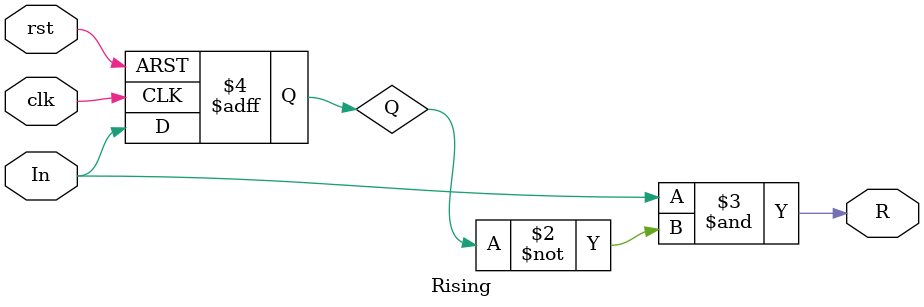
<source format=v>
module Rising 
(
 input In, rst, clk,
 output R
);

reg Q;

always @(posedge clk, posedge rst)
if(rst)
 Q<=1'b0;
else 
 Q<=In;
 
assign R = In & ~Q;

endmodule 
</source>
